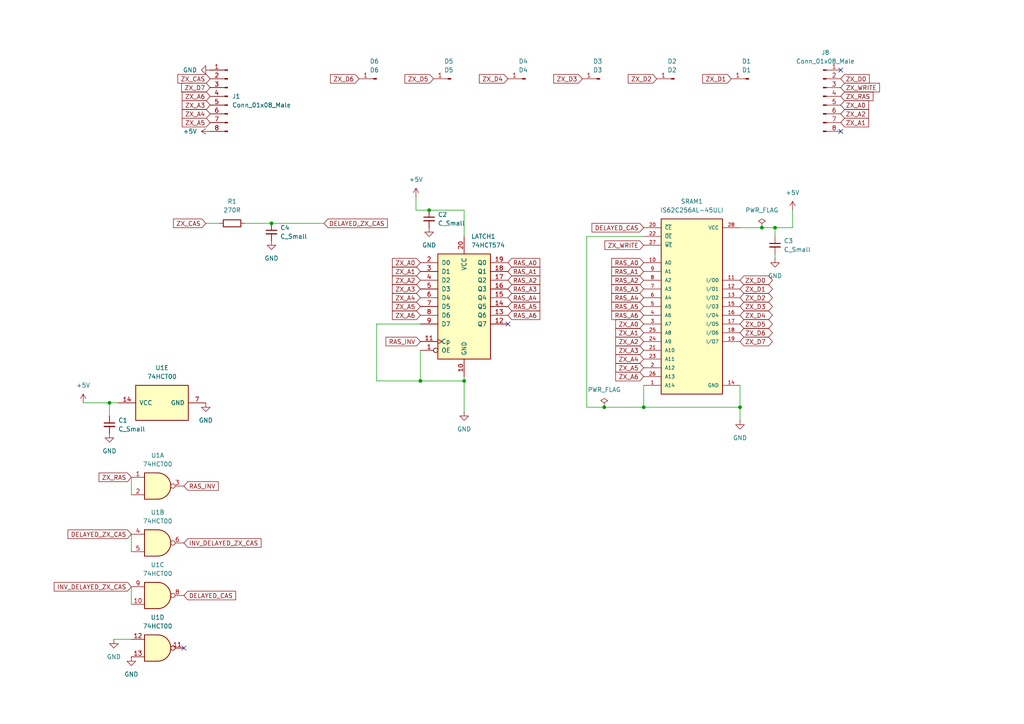
<source format=kicad_sch>
(kicad_sch (version 20211123) (generator eeschema)
  (paper "A4")
  (lib_symbols
    (symbol "74xx:74HCT00" (pin_names (offset 1.016))
      (property "Reference" "U" (at 0 1.27 0))
      (property "Value" "74HCT00" (at 0 -1.27 0))
      (symbol "74HCT00_1_1"
        (arc (start 0 -3.81) (mid 3.81 0) (end 0 3.81) (stroke (width 0.254)) (fill (type background)))
        (polyline (pts (xy 0 3.81) (xy -3.81 3.81) (xy -3.81 -3.81) (xy 0 -3.81)) (stroke (width 0.254)) (fill (type background)))
        (pin input line (at -7.62 2.54 0) (length 3.81) (name "~") (number "1"))
        (pin input line (at -7.62 -2.54 0) (length 3.81) (name "~") (number "2"))
        (pin output inverted (at 7.62 0 180) (length 3.81) (name "~") (number "3"))
      )
      (symbol "74HCT00_1_2"
        (arc (start -3.81 -3.81) (mid -2.589 0) (end -3.81 3.81) (stroke (width 0.254)))
        (arc (start -0.6096 -3.81) (mid 2.1842 -2.5851) (end 3.81 0) (stroke (width 0.254)) (fill (type background)))
        (polyline (pts (xy -3.81 -3.81) (xy -0.635 -3.81)) (stroke (width 0.254)) (fill (type background)))
        (polyline (pts (xy -3.81 3.81) (xy -0.635 3.81)) (stroke (width 0.254)) (fill (type background)))
        (polyline (pts (xy -0.635 3.81) (xy -3.81 3.81) (xy -3.81 3.81) (xy -3.556 3.4036) (xy -3.0226 2.2606) (xy -2.6924 1.0414) (xy -2.6162 -0.254) (xy -2.7686 -1.4986) (xy -3.175 -2.7178) (xy -3.81 -3.81) (xy -3.81 -3.81) (xy -0.635 -3.81)) (stroke (width -25.4)) (fill (type background)))
        (arc (start 3.81 0) (mid 2.1915 2.5936) (end -0.6096 3.81) (stroke (width 0.254)) (fill (type background)))
        (pin input inverted (at -7.62 2.54 0) (length 4.318) (name "~") (number "1"))
        (pin input inverted (at -7.62 -2.54 0) (length 4.318) (name "~") (number "2"))
        (pin output line (at 7.62 0 180) (length 3.81) (name "~") (number "3"))
      )
      (symbol "74HCT00_2_1"
        (arc (start 0 -3.81) (mid 3.81 0) (end 0 3.81) (stroke (width 0.254)) (fill (type background)))
        (polyline (pts (xy 0 3.81) (xy -3.81 3.81) (xy -3.81 -3.81) (xy 0 -3.81)) (stroke (width 0.254)) (fill (type background)))
        (pin input line (at -7.62 2.54 0) (length 3.81) (name "~") (number "4"))
        (pin input line (at -7.62 -2.54 0) (length 3.81) (name "~") (number "5"))
        (pin output inverted (at 7.62 0 180) (length 3.81) (name "~") (number "6"))
      )
      (symbol "74HCT00_2_2"
        (arc (start -3.81 -3.81) (mid -2.589 0) (end -3.81 3.81) (stroke (width 0.254)))
        (arc (start -0.6096 -3.81) (mid 2.1842 -2.5851) (end 3.81 0) (stroke (width 0.254)) (fill (type background)))
        (polyline (pts (xy -3.81 -3.81) (xy -0.635 -3.81)) (stroke (width 0.254)) (fill (type background)))
        (polyline (pts (xy -3.81 3.81) (xy -0.635 3.81)) (stroke (width 0.254)) (fill (type background)))
        (polyline (pts (xy -0.635 3.81) (xy -3.81 3.81) (xy -3.81 3.81) (xy -3.556 3.4036) (xy -3.0226 2.2606) (xy -2.6924 1.0414) (xy -2.6162 -0.254) (xy -2.7686 -1.4986) (xy -3.175 -2.7178) (xy -3.81 -3.81) (xy -3.81 -3.81) (xy -0.635 -3.81)) (stroke (width -25.4)) (fill (type background)))
        (arc (start 3.81 0) (mid 2.1915 2.5936) (end -0.6096 3.81) (stroke (width 0.254)) (fill (type background)))
        (pin input inverted (at -7.62 2.54 0) (length 4.318) (name "~") (number "4"))
        (pin input inverted (at -7.62 -2.54 0) (length 4.318) (name "~") (number "5"))
        (pin output line (at 7.62 0 180) (length 3.81) (name "~") (number "6"))
      )
      (symbol "74HCT00_3_1"
        (arc (start 0 -3.81) (mid 3.81 0) (end 0 3.81) (stroke (width 0.254)) (fill (type background)))
        (polyline (pts (xy 0 3.81) (xy -3.81 3.81) (xy -3.81 -3.81) (xy 0 -3.81)) (stroke (width 0.254)) (fill (type background)))
        (pin input line (at -7.62 -2.54 0) (length 3.81) (name "~") (number "10"))
        (pin output inverted (at 7.62 0 180) (length 3.81) (name "~") (number "8"))
        (pin input line (at -7.62 2.54 0) (length 3.81) (name "~") (number "9"))
      )
      (symbol "74HCT00_3_2"
        (arc (start -3.81 -3.81) (mid -2.589 0) (end -3.81 3.81) (stroke (width 0.254)))
        (arc (start -0.6096 -3.81) (mid 2.1842 -2.5851) (end 3.81 0) (stroke (width 0.254)) (fill (type background)))
        (polyline (pts (xy -3.81 -3.81) (xy -0.635 -3.81)) (stroke (width 0.254)) (fill (type background)))
        (polyline (pts (xy -3.81 3.81) (xy -0.635 3.81)) (stroke (width 0.254)) (fill (type background)))
        (polyline (pts (xy -0.635 3.81) (xy -3.81 3.81) (xy -3.81 3.81) (xy -3.556 3.4036) (xy -3.0226 2.2606) (xy -2.6924 1.0414) (xy -2.6162 -0.254) (xy -2.7686 -1.4986) (xy -3.175 -2.7178) (xy -3.81 -3.81) (xy -3.81 -3.81) (xy -0.635 -3.81)) (stroke (width -25.4)) (fill (type background)))
        (arc (start 3.81 0) (mid 2.1915 2.5936) (end -0.6096 3.81) (stroke (width 0.254)) (fill (type background)))
        (pin input inverted (at -7.62 -2.54 0) (length 4.318) (name "~") (number "10"))
        (pin output line (at 7.62 0 180) (length 3.81) (name "~") (number "8"))
        (pin input inverted (at -7.62 2.54 0) (length 4.318) (name "~") (number "9"))
      )
      (symbol "74HCT00_4_1"
        (arc (start 0 -3.81) (mid 3.81 0) (end 0 3.81) (stroke (width 0.254)) (fill (type background)))
        (polyline (pts (xy 0 3.81) (xy -3.81 3.81) (xy -3.81 -3.81) (xy 0 -3.81)) (stroke (width 0.254)) (fill (type background)))
        (pin output inverted (at 7.62 0 180) (length 3.81) (name "~") (number "11"))
        (pin input line (at -7.62 2.54 0) (length 3.81) (name "~") (number "12"))
        (pin input line (at -7.62 -2.54 0) (length 3.81) (name "~") (number "13"))
      )
      (symbol "74HCT00_4_2"
        (arc (start -3.81 -3.81) (mid -2.589 0) (end -3.81 3.81) (stroke (width 0.254)))
        (arc (start -0.6096 -3.81) (mid 2.1842 -2.5851) (end 3.81 0) (stroke (width 0.254)) (fill (type background)))
        (polyline (pts (xy -3.81 -3.81) (xy -0.635 -3.81)) (stroke (width 0.254)) (fill (type background)))
        (polyline (pts (xy -3.81 3.81) (xy -0.635 3.81)) (stroke (width 0.254)) (fill (type background)))
        (polyline (pts (xy -0.635 3.81) (xy -3.81 3.81) (xy -3.81 3.81) (xy -3.556 3.4036) (xy -3.0226 2.2606) (xy -2.6924 1.0414) (xy -2.6162 -0.254) (xy -2.7686 -1.4986) (xy -3.175 -2.7178) (xy -3.81 -3.81) (xy -3.81 -3.81) (xy -0.635 -3.81)) (stroke (width -25.4)) (fill (type background)))
        (arc (start 3.81 0) (mid 2.1915 2.5936) (end -0.6096 3.81) (stroke (width 0.254)) (fill (type background)))
        (pin output line (at 7.62 0 180) (length 3.81) (name "~") (number "11"))
        (pin input inverted (at -7.62 2.54 0) (length 4.318) (name "~") (number "12"))
        (pin input inverted (at -7.62 -2.54 0) (length 4.318) (name "~") (number "13"))
      )
      (symbol "74HCT00_5_0"
        (pin power_in line (at 0 12.7 270) (length 5.08) (name "VCC") (number "14"))
        (pin power_in line (at 0 -12.7 90) (length 5.08) (name "GND") (number "7"))
      )
      (symbol "74HCT00_5_1"
        (rectangle (start -5.08 7.62) (end 5.08 -7.62) (stroke (width 0.254)) (fill (type background)))
      )
    )
    (symbol "74xx:74HCT574" (pin_names (offset 1.016))
      (property "Reference" "U" (at -7.62 16.51 0))
      (property "Value" "74HCT574" (at -7.62 -16.51 0))
      (symbol "74HCT574_1_0"
        (pin input inverted (at -12.7 -12.7 0) (length 5.08) (name "OE") (number "1"))
        (pin power_in line (at 0 -20.32 90) (length 5.08) (name "GND") (number "10"))
        (pin input clock (at -12.7 -10.16 0) (length 5.08) (name "Cp") (number "11"))
        (pin tri_state line (at 12.7 -5.08 180) (length 5.08) (name "Q7") (number "12"))
        (pin tri_state line (at 12.7 -2.54 180) (length 5.08) (name "Q6") (number "13"))
        (pin tri_state line (at 12.7 0 180) (length 5.08) (name "Q5") (number "14"))
        (pin tri_state line (at 12.7 2.54 180) (length 5.08) (name "Q4") (number "15"))
        (pin tri_state line (at 12.7 5.08 180) (length 5.08) (name "Q3") (number "16"))
        (pin tri_state line (at 12.7 7.62 180) (length 5.08) (name "Q2") (number "17"))
        (pin tri_state line (at 12.7 10.16 180) (length 5.08) (name "Q1") (number "18"))
        (pin tri_state line (at 12.7 12.7 180) (length 5.08) (name "Q0") (number "19"))
        (pin input line (at -12.7 12.7 0) (length 5.08) (name "D0") (number "2"))
        (pin power_in line (at 0 20.32 270) (length 5.08) (name "VCC") (number "20"))
        (pin input line (at -12.7 10.16 0) (length 5.08) (name "D1") (number "3"))
        (pin input line (at -12.7 7.62 0) (length 5.08) (name "D2") (number "4"))
        (pin input line (at -12.7 5.08 0) (length 5.08) (name "D3") (number "5"))
        (pin input line (at -12.7 2.54 0) (length 5.08) (name "D4") (number "6"))
        (pin input line (at -12.7 0 0) (length 5.08) (name "D5") (number "7"))
        (pin input line (at -12.7 -2.54 0) (length 5.08) (name "D6") (number "8"))
        (pin input line (at -12.7 -5.08 0) (length 5.08) (name "D7") (number "9"))
      )
      (symbol "74HCT574_1_1"
        (rectangle (start -7.62 15.24) (end 7.62 -15.24) (stroke (width 0.254)) (fill (type background)))
      )
    )
    (symbol "Connector:Conn_01x01_Male" (pin_names (offset 1.016) hide)
      (property "Reference" "J" (at 0 2.54 0))
      (property "Value" "Conn_01x01_Male" (at 0 -2.54 0))
      (symbol "Conn_01x01_Male_1_1"
        (polyline (pts (xy 1.27 0) (xy 0.8636 0)) (stroke (width 0.1524)))
        (rectangle (start 0.8636 0.127) (end 0 -0.127) (stroke (width 0.1524)) (fill (type outline)))
        (pin passive line (at 5.08 0 180) (length 3.81) (name "Pin_1") (number "1"))
      )
    )
    (symbol "Connector:Conn_01x08_Male" (pin_names (offset 1.016) hide)
      (property "Reference" "J" (at 0 10.16 0))
      (property "Value" "Conn_01x08_Male" (at 0 -12.7 0))
      (symbol "Conn_01x08_Male_1_1"
        (polyline (pts (xy 1.27 -10.16) (xy 0.8636 -10.16)) (stroke (width 0.1524)))
        (polyline (pts (xy 1.27 -7.62) (xy 0.8636 -7.62)) (stroke (width 0.1524)))
        (polyline (pts (xy 1.27 -5.08) (xy 0.8636 -5.08)) (stroke (width 0.1524)))
        (polyline (pts (xy 1.27 -2.54) (xy 0.8636 -2.54)) (stroke (width 0.1524)))
        (polyline (pts (xy 1.27 0) (xy 0.8636 0)) (stroke (width 0.1524)))
        (polyline (pts (xy 1.27 2.54) (xy 0.8636 2.54)) (stroke (width 0.1524)))
        (polyline (pts (xy 1.27 5.08) (xy 0.8636 5.08)) (stroke (width 0.1524)))
        (polyline (pts (xy 1.27 7.62) (xy 0.8636 7.62)) (stroke (width 0.1524)))
        (rectangle (start 0.8636 -10.033) (end 0 -10.287) (stroke (width 0.1524)) (fill (type outline)))
        (rectangle (start 0.8636 -7.493) (end 0 -7.747) (stroke (width 0.1524)) (fill (type outline)))
        (rectangle (start 0.8636 -4.953) (end 0 -5.207) (stroke (width 0.1524)) (fill (type outline)))
        (rectangle (start 0.8636 -2.413) (end 0 -2.667) (stroke (width 0.1524)) (fill (type outline)))
        (rectangle (start 0.8636 0.127) (end 0 -0.127) (stroke (width 0.1524)) (fill (type outline)))
        (rectangle (start 0.8636 2.667) (end 0 2.413) (stroke (width 0.1524)) (fill (type outline)))
        (rectangle (start 0.8636 5.207) (end 0 4.953) (stroke (width 0.1524)) (fill (type outline)))
        (rectangle (start 0.8636 7.747) (end 0 7.493) (stroke (width 0.1524)) (fill (type outline)))
        (pin passive line (at 5.08 7.62 180) (length 3.81) (name "Pin_1") (number "1"))
        (pin passive line (at 5.08 5.08 180) (length 3.81) (name "Pin_2") (number "2"))
        (pin passive line (at 5.08 2.54 180) (length 3.81) (name "Pin_3") (number "3"))
        (pin passive line (at 5.08 0 180) (length 3.81) (name "Pin_4") (number "4"))
        (pin passive line (at 5.08 -2.54 180) (length 3.81) (name "Pin_5") (number "5"))
        (pin passive line (at 5.08 -5.08 180) (length 3.81) (name "Pin_6") (number "6"))
        (pin passive line (at 5.08 -7.62 180) (length 3.81) (name "Pin_7") (number "7"))
        (pin passive line (at 5.08 -10.16 180) (length 3.81) (name "Pin_8") (number "8"))
      )
    )
    (symbol "Device:C_Small" (pin_numbers hide) (pin_names (offset 0.254) hide)
      (property "Reference" "C" (at 0.254 1.778 0))
      (property "Value" "C_Small" (at 0.254 -2.032 0))
      (symbol "C_Small_0_1"
        (polyline (pts (xy -1.524 -0.508) (xy 1.524 -0.508)) (stroke (width 0.3302)))
        (polyline (pts (xy -1.524 0.508) (xy 1.524 0.508)) (stroke (width 0.3048)))
      )
      (symbol "C_Small_1_1"
        (pin passive line (at 0 2.54 270) (length 2.032) (name "~") (number "1"))
        (pin passive line (at 0 -2.54 90) (length 2.032) (name "~") (number "2"))
      )
    )
    (symbol "Device:R" (pin_numbers hide) (pin_names (offset 0))
      (property "Reference" "R" (at 2.032 0 90))
      (property "Value" "R" (at 0 0 90))
      (symbol "R_0_1"
        (rectangle (start -1.016 -2.54) (end 1.016 2.54) (stroke (width 0.254)))
      )
      (symbol "R_1_1"
        (pin passive line (at 0 3.81 270) (length 1.27) (name "~") (number "1"))
        (pin passive line (at 0 -3.81 90) (length 1.27) (name "~") (number "2"))
      )
    )
    (symbol "SRAM:IS62C256AL-45ULI" (pin_names (offset 1.016))
      (property "Reference" "U" (at -7.62 25.908 0))
      (property "Value" "IS62C256AL-45ULI" (at -7.62 -27.4574 0))
      (symbol "IS62C256AL-45ULI_0_0"
        (rectangle (start -7.62 -25.4) (end 10.16 25.4) (stroke (width 0.254)) (fill (type background)))
        (pin input line (at -12.7 -22.86 0) (length 5.08) (name "A14") (number "1"))
        (pin input line (at -12.7 12.7 0) (length 5.08) (name "A0") (number "10"))
        (pin bidirectional line (at 15.24 7.62 180) (length 5.08) (name "I/O0") (number "11"))
        (pin bidirectional line (at 15.24 5.08 180) (length 5.08) (name "I/O1") (number "12"))
        (pin bidirectional line (at 15.24 2.54 180) (length 5.08) (name "I/O2") (number "13"))
        (pin power_in line (at 15.24 -22.86 180) (length 5.08) (name "GND") (number "14"))
        (pin bidirectional line (at 15.24 0 180) (length 5.08) (name "I/O3") (number "15"))
        (pin bidirectional line (at 15.24 -2.54 180) (length 5.08) (name "I/O4") (number "16"))
        (pin bidirectional line (at 15.24 -5.08 180) (length 5.08) (name "I/O5") (number "17"))
        (pin bidirectional line (at 15.24 -7.62 180) (length 5.08) (name "I/O6") (number "18"))
        (pin bidirectional line (at 15.24 -10.16 180) (length 5.08) (name "I/O7") (number "19"))
        (pin input line (at -12.7 -17.78 0) (length 5.08) (name "A12") (number "2"))
        (pin input line (at -12.7 22.86 0) (length 5.08) (name "~{CE}") (number "20"))
        (pin input line (at -12.7 -12.7 0) (length 5.08) (name "A10") (number "21"))
        (pin input line (at -12.7 20.32 0) (length 5.08) (name "~{OE}") (number "22"))
        (pin input line (at -12.7 -15.24 0) (length 5.08) (name "A11") (number "23"))
        (pin input line (at -12.7 -10.16 0) (length 5.08) (name "A9") (number "24"))
        (pin input line (at -12.7 -7.62 0) (length 5.08) (name "A8") (number "25"))
        (pin input line (at -12.7 -20.32 0) (length 5.08) (name "A13") (number "26"))
        (pin input line (at -12.7 17.78 0) (length 5.08) (name "~{WE}") (number "27"))
        (pin power_in line (at 15.24 22.86 180) (length 5.08) (name "VCC") (number "28"))
        (pin input line (at -12.7 -5.08 0) (length 5.08) (name "A7") (number "3"))
        (pin input line (at -12.7 -2.54 0) (length 5.08) (name "A6") (number "4"))
        (pin input line (at -12.7 0 0) (length 5.08) (name "A5") (number "5"))
        (pin input line (at -12.7 2.54 0) (length 5.08) (name "A4") (number "6"))
        (pin input line (at -12.7 5.08 0) (length 5.08) (name "A3") (number "7"))
        (pin input line (at -12.7 7.62 0) (length 5.08) (name "A2") (number "8"))
        (pin input line (at -12.7 10.16 0) (length 5.08) (name "A1") (number "9"))
      )
    )
    (symbol "power:+5V" (power) (pin_names (offset 0))
      (property "Value" "+5V" (at 0 3.556 0))
      (symbol "+5V_0_1"
        (polyline (pts (xy -0.762 1.27) (xy 0 2.54)))
        (polyline (pts (xy 0 0) (xy 0 2.54)))
        (polyline (pts (xy 0 2.54) (xy 0.762 1.27)))
      )
      (symbol "+5V_1_1"
        (pin power_in line (at 0 0 90) (length 0) hide (name "+5V") (number "1"))
      )
    )
    (symbol "power:GND" (power) (pin_names (offset 0))
      (property "Value" "GND" (at 0 -3.81 0))
      (symbol "GND_0_1"
        (polyline (pts (xy 0 0) (xy 0 -1.27) (xy 1.27 -1.27) (xy 0 -2.54) (xy -1.27 -1.27) (xy 0 -1.27)))
      )
      (symbol "GND_1_1"
        (pin power_in line (at 0 0 270) (length 0) hide (name "GND") (number "1"))
      )
    )
    (symbol "power:PWR_FLAG" (power) (pin_numbers hide) (pin_names (offset 0) hide)
      (property "Value" "PWR_FLAG" (at 0 3.81 0))
      (symbol "PWR_FLAG_0_0"
        (pin power_out line (at 0 0 90) (length 0) (name "pwr") (number "1"))
      )
      (symbol "PWR_FLAG_0_1"
        (polyline (pts (xy 0 0) (xy 0 1.27) (xy -1.016 1.905) (xy 0 2.54) (xy 1.016 1.905) (xy 0 1.27)))
      )
    )
  )
  (junction (at 175.26 118.11))
  (junction (at 186.69 118.11))
  (junction (at 78.74 64.77))
  (junction (at 214.63 118.11))
  (junction (at 220.98 66.04))
  (junction (at 121.92 110.49))
  (junction (at 224.79 66.04))
  (junction (at 124.46 60.96))
  (junction (at 134.62 110.49))
  (junction (at 31.75 116.84))
  (no_connect (at 147.32 93.98))
  (no_connect (at 53.34 187.96))
  (no_connect (at 243.84 38.1))
  (no_connect (at 243.84 20.32))
  (wire (pts (xy 124.46 60.96) (xy 134.62 60.96)))
  (wire (pts (xy 134.62 60.96) (xy 134.62 68.58)))
  (wire (pts (xy 186.69 68.58) (xy 170.18 68.58)))
  (wire (pts (xy 214.63 118.11) (xy 214.63 121.92)))
  (wire (pts (xy 78.74 64.77) (xy 93.98 64.77)))
  (wire (pts (xy 121.92 93.98) (xy 109.22 93.98)))
  (wire (pts (xy 121.92 110.49) (xy 134.62 110.49)))
  (wire (pts (xy 121.92 101.6) (xy 121.92 110.49)))
  (wire (pts (xy 38.1 154.94) (xy 38.1 160.02)))
  (wire (pts (xy 134.62 110.49) (xy 134.62 119.38)))
  (wire (pts (xy 120.65 60.96) (xy 124.46 60.96)))
  (wire (pts (xy 31.75 116.84) (xy 34.29 116.84)))
  (wire (pts (xy 109.22 93.98) (xy 109.22 110.49)))
  (wire (pts (xy 175.26 118.11) (xy 186.69 118.11)))
  (wire (pts (xy 134.62 109.22) (xy 134.62 110.49)))
  (wire (pts (xy 186.69 118.11) (xy 214.63 118.11)))
  (wire (pts (xy 71.12 64.77) (xy 78.74 64.77)))
  (wire (pts (xy 224.79 66.04) (xy 224.79 68.58)))
  (wire (pts (xy 33.02 185.42) (xy 38.1 185.42)))
  (wire (pts (xy 224.79 66.04) (xy 229.87 66.04)))
  (wire (pts (xy 31.75 116.84) (xy 31.75 120.65)))
  (wire (pts (xy 170.18 118.11) (xy 175.26 118.11)))
  (wire (pts (xy 24.13 116.84) (xy 31.75 116.84)))
  (wire (pts (xy 186.69 111.76) (xy 186.69 118.11)))
  (wire (pts (xy 38.1 138.43) (xy 38.1 143.51)))
  (wire (pts (xy 229.87 60.96) (xy 229.87 66.04)))
  (wire (pts (xy 59.69 64.77) (xy 63.5 64.77)))
  (wire (pts (xy 214.63 111.76) (xy 214.63 118.11)))
  (wire (pts (xy 220.98 66.04) (xy 224.79 66.04)))
  (wire (pts (xy 120.65 57.15) (xy 120.65 60.96)))
  (wire (pts (xy 109.22 110.49) (xy 121.92 110.49)))
  (wire (pts (xy 38.1 170.18) (xy 38.1 175.26)))
  (wire (pts (xy 224.79 73.66) (xy 224.79 74.93)))
  (wire (pts (xy 214.63 66.04) (xy 220.98 66.04)))
  (wire (pts (xy 170.18 68.58) (xy 170.18 118.11)))
  (global_label "DELAYED_CAS" (shape input) (at 53.34 172.72 0) (property "Intersheet References" "${INTERSHEET_REFS}" (effects hide)))
  (global_label "ZX_CAS" (shape input) (at 59.69 64.77 180) (property "Intersheet References" "${INTERSHEET_REFS}" (effects hide)))
  (global_label "RAS_A4" (shape input) (at 147.32 86.36 0) (property "Intersheet References" "${INTERSHEET_REFS}" (effects hide)))
  (global_label "ZX_A3" (shape input) (at 121.92 83.82 180) (property "Intersheet References" "${INTERSHEET_REFS}" (effects hide)))
  (global_label "RAS_A2" (shape input) (at 147.32 81.28 0) (property "Intersheet References" "${INTERSHEET_REFS}" (effects hide)))
  (global_label "RAS_A6" (shape input) (at 147.32 91.44 0) (property "Intersheet References" "${INTERSHEET_REFS}" (effects hide)))
  (global_label "ZX_D5" (shape input) (at 125.73 22.86 180) (property "Intersheet References" "${INTERSHEET_REFS}" (effects hide)))
  (global_label "ZX_A4" (shape input) (at 60.96 33.02 180) (property "Intersheet References" "${INTERSHEET_REFS}" (effects hide)))
  (global_label "RAS_A3" (shape input) (at 186.69 83.82 180) (property "Intersheet References" "${INTERSHEET_REFS}" (effects hide)))
  (global_label "ZX_D5" (shape bidirectional) (at 214.63 93.98 0) (property "Intersheet References" "${INTERSHEET_REFS}" (effects hide)))
  (global_label "ZX_A5" (shape input) (at 60.96 35.56 180) (property "Intersheet References" "${INTERSHEET_REFS}" (effects hide)))
  (global_label "RAS_A5" (shape input) (at 186.69 88.9 180) (property "Intersheet References" "${INTERSHEET_REFS}" (effects hide)))
  (global_label "RAS_A6" (shape input) (at 186.69 91.44 180) (property "Intersheet References" "${INTERSHEET_REFS}" (effects hide)))
  (global_label "ZX_A6" (shape input) (at 186.69 109.22 180) (property "Intersheet References" "${INTERSHEET_REFS}" (effects hide)))
  (global_label "ZX_A1" (shape input) (at 243.84 35.56 0) (property "Intersheet References" "${INTERSHEET_REFS}" (effects hide)))
  (global_label "ZX_A0" (shape input) (at 121.92 76.2 180) (property "Intersheet References" "${INTERSHEET_REFS}" (effects hide)))
  (global_label "ZX_D4" (shape input) (at 147.32 22.86 180) (property "Intersheet References" "${INTERSHEET_REFS}" (effects hide)))
  (global_label "ZX_A3" (shape input) (at 60.96 30.48 180) (property "Intersheet References" "${INTERSHEET_REFS}" (effects hide)))
  (global_label "ZX_A4" (shape input) (at 121.92 86.36 180) (property "Intersheet References" "${INTERSHEET_REFS}" (effects hide)))
  (global_label "ZX_RAS" (shape input) (at 38.1 138.43 180) (property "Intersheet References" "${INTERSHEET_REFS}" (effects hide)))
  (global_label "ZX_A0" (shape input) (at 186.69 93.98 180) (property "Intersheet References" "${INTERSHEET_REFS}" (effects hide)))
  (global_label "ZX_A5" (shape input) (at 121.92 88.9 180) (property "Intersheet References" "${INTERSHEET_REFS}" (effects hide)))
  (global_label "ZX_WRITE" (shape input) (at 186.69 71.12 180) (property "Intersheet References" "${INTERSHEET_REFS}" (effects hide)))
  (global_label "ZX_D1" (shape bidirectional) (at 214.63 83.82 0) (property "Intersheet References" "${INTERSHEET_REFS}" (effects hide)))
  (global_label "ZX_A0" (shape input) (at 243.84 30.48 0) (property "Intersheet References" "${INTERSHEET_REFS}" (effects hide)))
  (global_label "RAS_A0" (shape input) (at 147.32 76.2 0) (property "Intersheet References" "${INTERSHEET_REFS}" (effects hide)))
  (global_label "ZX_RAS" (shape input) (at 243.84 27.94 0) (property "Intersheet References" "${INTERSHEET_REFS}" (effects hide)))
  (global_label "ZX_D0" (shape bidirectional) (at 214.63 81.28 0) (property "Intersheet References" "${INTERSHEET_REFS}" (effects hide)))
  (global_label "ZX_D2" (shape input) (at 190.5 22.86 180) (property "Intersheet References" "${INTERSHEET_REFS}" (effects hide)))
  (global_label "RAS_INV" (shape input) (at 53.34 140.97 0) (property "Intersheet References" "${INTERSHEET_REFS}" (effects hide)))
  (global_label "ZX_A6" (shape input) (at 60.96 27.94 180) (property "Intersheet References" "${INTERSHEET_REFS}" (effects hide)))
  (global_label "ZX_D2" (shape bidirectional) (at 214.63 86.36 0) (property "Intersheet References" "${INTERSHEET_REFS}" (effects hide)))
  (global_label "DELAYED_ZX_CAS" (shape input) (at 93.98 64.77 0) (property "Intersheet References" "${INTERSHEET_REFS}" (effects hide)))
  (global_label "RAS_INV" (shape input) (at 121.92 99.06 180) (property "Intersheet References" "${INTERSHEET_REFS}" (effects hide)))
  (global_label "ZX_A3" (shape input) (at 186.69 101.6 180) (property "Intersheet References" "${INTERSHEET_REFS}" (effects hide)))
  (global_label "DELAYED_CAS" (shape input) (at 186.69 66.04 180) (property "Intersheet References" "${INTERSHEET_REFS}" (effects hide)))
  (global_label "ZX_D1" (shape input) (at 212.09 22.86 180) (property "Intersheet References" "${INTERSHEET_REFS}" (effects hide)))
  (global_label "DELAYED_ZX_CAS" (shape input) (at 38.1 154.94 180) (property "Intersheet References" "${INTERSHEET_REFS}" (effects hide)))
  (global_label "ZX_CAS" (shape input) (at 60.96 22.86 180) (property "Intersheet References" "${INTERSHEET_REFS}" (effects hide)))
  (global_label "RAS_A3" (shape input) (at 147.32 83.82 0) (property "Intersheet References" "${INTERSHEET_REFS}" (effects hide)))
  (global_label "ZX_D4" (shape bidirectional) (at 214.63 91.44 0) (property "Intersheet References" "${INTERSHEET_REFS}" (effects hide)))
  (global_label "ZX_D0" (shape input) (at 243.84 22.86 0) (property "Intersheet References" "${INTERSHEET_REFS}" (effects hide)))
  (global_label "INV_DELAYED_ZX_CAS" (shape input) (at 38.1 170.18 180) (property "Intersheet References" "${INTERSHEET_REFS}" (effects hide)))
  (global_label "ZX_A2" (shape input) (at 121.92 81.28 180) (property "Intersheet References" "${INTERSHEET_REFS}" (effects hide)))
  (global_label "RAS_A1" (shape input) (at 186.69 78.74 180) (property "Intersheet References" "${INTERSHEET_REFS}" (effects hide)))
  (global_label "ZX_A2" (shape input) (at 243.84 33.02 0) (property "Intersheet References" "${INTERSHEET_REFS}" (effects hide)))
  (global_label "ZX_D3" (shape bidirectional) (at 214.63 88.9 0) (property "Intersheet References" "${INTERSHEET_REFS}" (effects hide)))
  (global_label "ZX_A5" (shape input) (at 186.69 106.68 180) (property "Intersheet References" "${INTERSHEET_REFS}" (effects hide)))
  (global_label "ZX_D7" (shape input) (at 60.96 25.4 180) (property "Intersheet References" "${INTERSHEET_REFS}" (effects hide)))
  (global_label "RAS_A5" (shape input) (at 147.32 88.9 0) (property "Intersheet References" "${INTERSHEET_REFS}" (effects hide)))
  (global_label "ZX_D7" (shape bidirectional) (at 214.63 99.06 0) (property "Intersheet References" "${INTERSHEET_REFS}" (effects hide)))
  (global_label "RAS_A4" (shape input) (at 186.69 86.36 180) (property "Intersheet References" "${INTERSHEET_REFS}" (effects hide)))
  (global_label "ZX_D6" (shape input) (at 104.14 22.86 180) (property "Intersheet References" "${INTERSHEET_REFS}" (effects hide)))
  (global_label "ZX_A6" (shape input) (at 121.92 91.44 180) (property "Intersheet References" "${INTERSHEET_REFS}" (effects hide)))
  (global_label "ZX_WRITE" (shape input) (at 243.84 25.4 0) (property "Intersheet References" "${INTERSHEET_REFS}" (effects hide)))
  (global_label "ZX_D6" (shape bidirectional) (at 214.63 96.52 0) (property "Intersheet References" "${INTERSHEET_REFS}" (effects hide)))
  (global_label "ZX_A2" (shape input) (at 186.69 99.06 180) (property "Intersheet References" "${INTERSHEET_REFS}" (effects hide)))
  (global_label "RAS_A1" (shape input) (at 147.32 78.74 0) (property "Intersheet References" "${INTERSHEET_REFS}" (effects hide)))
  (global_label "ZX_A1" (shape input) (at 121.92 78.74 180) (property "Intersheet References" "${INTERSHEET_REFS}" (effects hide)))
  (global_label "INV_DELAYED_ZX_CAS" (shape input) (at 53.34 157.48 0) (property "Intersheet References" "${INTERSHEET_REFS}" (effects hide)))
  (global_label "ZX_A1" (shape input) (at 186.69 96.52 180) (property "Intersheet References" "${INTERSHEET_REFS}" (effects hide)))
  (global_label "RAS_A2" (shape input) (at 186.69 81.28 180) (property "Intersheet References" "${INTERSHEET_REFS}" (effects hide)))
  (global_label "ZX_D3" (shape input) (at 168.91 22.86 180) (property "Intersheet References" "${INTERSHEET_REFS}" (effects hide)))
  (global_label "RAS_A0" (shape input) (at 186.69 76.2 180) (property "Intersheet References" "${INTERSHEET_REFS}" (effects hide)))
  (global_label "ZX_A4" (shape input) (at 186.69 104.14 180) (property "Intersheet References" "${INTERSHEET_REFS}" (effects hide)))
  (symbol (lib_id "power:+5V") (at 60.96 38.1 90) (unit 1)
    (property "Reference" "#PWR02" (effects hide))
    (property "Value" "+5V" (at 57.15 38.0999 90) (effects (justify left)))
  )
  (symbol (lib_id "power:GND") (at 214.63 121.92 0) (unit 1)
    (property "Reference" "#PWR014" (effects hide))
    (property "Value" "GND" (at 214.63 127 0))
  )
  (symbol (lib_id "74xx:74HCT00") (at 45.72 157.48 0) (unit 2)
    (property "Reference" "U1" (at 45.72 148.59 0))
    (property "Value" "74HCT00" (at 45.72 151.13 0))
    (property "Footprint" "Package_SO:SOIC-14_3.9x8.7mm_P1.27mm" (effects hide))
    (property "Datasheet" "http://www.ti.com/lit/gpn/sn74hct00" (effects hide))
  )
  (symbol (lib_id "power:GND") (at 38.1 190.5 0) (unit 1)
    (property "Reference" "#PWR0105" (effects hide))
    (property "Value" "GND" (at 38.1 195.58 0))
  )
  (symbol (lib_id "power:+5V") (at 24.13 116.84 0) (unit 1)
    (property "Reference" "#PWR0101" (effects hide))
    (property "Value" "+5V" (at 24.13 111.76 0))
  )
  (symbol (lib_id "power:PWR_FLAG") (at 220.98 66.04 0) (unit 1)
    (property "Reference" "#FLG02" (effects hide))
    (property "Value" "PWR_FLAG" (at 220.98 60.96 0))
  )
  (symbol (lib_id "power:GND") (at 59.69 116.84 0) (unit 1)
    (property "Reference" "#PWR0103" (effects hide))
    (property "Value" "GND" (at 59.69 121.92 0))
  )
  (symbol (lib_id "74xx:74HCT00") (at 45.72 140.97 0) (unit 1)
    (property "Reference" "U1" (at 45.72 132.08 0))
    (property "Value" "74HCT00" (at 45.72 134.62 0))
    (property "Footprint" "Package_SO:SOIC-14_3.9x8.7mm_P1.27mm" (effects hide))
    (property "Datasheet" "http://www.ti.com/lit/gpn/sn74hct00" (effects hide))
  )
  (symbol (lib_id "power:GND") (at 224.79 74.93 0) (unit 1)
    (property "Reference" "#PWR015" (effects hide))
    (property "Value" "GND" (at 224.79 80.01 0))
  )
  (symbol (lib_id "power:GND") (at 31.75 125.73 0) (unit 1)
    (property "Reference" "#PWR0102" (effects hide))
    (property "Value" "GND" (at 31.75 130.81 0))
  )
  (symbol (lib_id "Device:R") (at 67.31 64.77 90) (mirror x) (unit 1)
    (property "Reference" "R1" (at 67.31 58.42 90))
    (property "Value" "270R" (at 67.31 60.96 90))
    (property "Footprint" "Resistor_THT:R_Axial_DIN0207_L6.3mm_D2.5mm_P10.16mm_Horizontal" (effects hide))
  )
  (symbol (lib_id "Device:C_Small") (at 124.46 63.5 0) (unit 1)
    (property "Reference" "C2" (at 127 62.2362 0) (effects (justify left)))
    (property "Value" "C_Small" (at 127 64.7762 0) (effects (justify left)))
    (property "Footprint" "Capacitor_SMD:C_1206_3216Metric" (effects hide))
  )
  (symbol (lib_id "Connector:Conn_01x01_Male") (at 217.17 22.86 0) (mirror y) (unit 1)
    (property "Reference" "D1" (at 216.535 17.78 0))
    (property "Value" "D1" (at 216.535 20.32 0))
    (property "Footprint" "Connector_PinHeader_2.00mm:PinHeader_1x01_P2.00mm_Vertical" (effects hide))
  )
  (symbol (lib_id "Device:C_Small") (at 78.74 67.31 0) (unit 1)
    (property "Reference" "C4" (at 81.28 66.0462 0) (effects (justify left)))
    (property "Value" "C_Small" (at 81.28 68.5862 0) (effects (justify left)))
    (property "Footprint" "Capacitor_THT:C_Disc_D4.3mm_W1.9mm_P5.00mm" (effects hide))
  )
  (symbol (lib_id "74xx:74HCT00") (at 45.72 187.96 0) (unit 4)
    (property "Reference" "U1" (at 45.72 179.07 0))
    (property "Value" "74HCT00" (at 45.72 181.61 0))
    (property "Footprint" "Package_SO:SOIC-14_3.9x8.7mm_P1.27mm" (effects hide))
    (property "Datasheet" "http://www.ti.com/lit/gpn/sn74hct00" (effects hide))
  )
  (symbol (lib_id "Connector:Conn_01x01_Male") (at 109.22 22.86 0) (mirror y) (unit 1)
    (property "Reference" "D6" (at 108.585 17.78 0))
    (property "Value" "D6" (at 108.585 20.32 0))
    (property "Footprint" "Connector_PinHeader_2.00mm:PinHeader_1x01_P2.00mm_Vertical" (effects hide))
  )
  (symbol (lib_id "Connector:Conn_01x01_Male") (at 152.4 22.86 0) (mirror y) (unit 1)
    (property "Reference" "D4" (at 151.765 17.78 0))
    (property "Value" "D4" (at 151.765 20.32 0))
    (property "Footprint" "Connector_PinHeader_2.00mm:PinHeader_1x01_P2.00mm_Vertical" (effects hide))
  )
  (symbol (lib_id "Connector:Conn_01x01_Male") (at 130.81 22.86 0) (mirror y) (unit 1)
    (property "Reference" "D5" (at 130.175 17.78 0))
    (property "Value" "D5" (at 130.175 20.32 0))
    (property "Footprint" "Connector_PinHeader_2.00mm:PinHeader_1x01_P2.00mm_Vertical" (effects hide))
  )
  (symbol (lib_id "power:PWR_FLAG") (at 175.26 118.11 0) (unit 1)
    (property "Reference" "#FLG01" (effects hide))
    (property "Value" "PWR_FLAG" (at 175.26 113.03 0))
  )
  (symbol (lib_id "Connector:Conn_01x01_Male") (at 173.99 22.86 0) (mirror y) (unit 1)
    (property "Reference" "D3" (at 173.355 17.78 0))
    (property "Value" "D3" (at 173.355 20.32 0))
    (property "Footprint" "Connector_PinHeader_2.00mm:PinHeader_1x01_P2.00mm_Vertical" (effects hide))
  )
  (symbol (lib_id "power:GND") (at 33.02 185.42 0) (unit 1)
    (property "Reference" "#PWR0104" (effects hide))
    (property "Value" "GND" (at 33.02 190.5 0))
  )
  (symbol (lib_id "power:GND") (at 60.96 20.32 270) (unit 1)
    (property "Reference" "#PWR01" (effects hide))
    (property "Value" "GND" (at 57.15 20.3199 90) (effects (justify right)))
  )
  (symbol (lib_id "power:GND") (at 134.62 119.38 0) (unit 1)
    (property "Reference" "#PWR011" (effects hide))
    (property "Value" "GND" (at 134.62 124.46 0))
  )
  (symbol (lib_id "Connector:Conn_01x01_Male") (at 195.58 22.86 0) (mirror y) (unit 1)
    (property "Reference" "D2" (at 194.945 17.78 0))
    (property "Value" "D2" (at 194.945 20.32 0))
    (property "Footprint" "Connector_PinHeader_2.00mm:PinHeader_1x01_P2.00mm_Vertical" (effects hide))
  )
  (symbol (lib_id "Device:C_Small") (at 31.75 123.19 0) (unit 1)
    (property "Reference" "C1" (at 34.29 121.9262 0) (effects (justify left)))
    (property "Value" "C_Small" (at 34.29 124.4662 0) (effects (justify left)))
    (property "Footprint" "Capacitor_SMD:C_1206_3216Metric" (effects hide))
  )
  (symbol (lib_id "Device:C_Small") (at 224.79 71.12 0) (unit 1)
    (property "Reference" "C3" (at 227.33 69.8562 0) (effects (justify left)))
    (property "Value" "C_Small" (at 227.33 72.3962 0) (effects (justify left)))
    (property "Footprint" "Capacitor_SMD:C_1206_3216Metric" (effects hide))
  )
  (symbol (lib_id "power:+5V") (at 120.65 57.15 0) (unit 1)
    (property "Reference" "#PWR06" (effects hide))
    (property "Value" "+5V" (at 120.65 52.07 0))
  )
  (symbol (lib_id "power:GND") (at 124.46 66.04 0) (unit 1)
    (property "Reference" "#PWR07" (effects hide))
    (property "Value" "GND" (at 124.46 71.12 0))
  )
  (symbol (lib_id "power:GND") (at 78.74 69.85 0) (unit 1)
    (property "Reference" "#PWR017" (effects hide))
    (property "Value" "GND" (at 78.74 74.93 0))
  )
  (symbol (lib_id "74xx:74HCT00") (at 46.99 116.84 90) (unit 5)
    (property "Reference" "U1" (at 46.99 106.68 90))
    (property "Value" "74HCT00" (at 46.99 109.22 90))
    (property "Footprint" "Package_SO:SOIC-14_3.9x8.7mm_P1.27mm" (effects hide))
    (property "Datasheet" "http://www.ti.com/lit/gpn/sn74hct00" (effects hide))
  )
  (symbol (lib_id "SRAM:IS62C256AL-45ULI") (at 199.39 88.9 0) (unit 1)
    (property "Reference" "SRAM1" (at 200.66 58.42 0))
    (property "Value" "IS62C256AL-45ULI" (at 200.66 60.96 0))
    (property "Footprint" "Library:SOIC127P1210X305-28N" (effects hide))
    (property "MANUFACTURER" "ISSI" (effects hide))
  )
  (symbol (lib_id "74xx:74HCT00") (at 45.72 172.72 0) (unit 3)
    (property "Reference" "U1" (at 45.72 163.83 0))
    (property "Value" "74HCT00" (at 45.72 166.37 0))
    (property "Footprint" "Package_SO:SOIC-14_3.9x8.7mm_P1.27mm" (effects hide))
    (property "Datasheet" "http://www.ti.com/lit/gpn/sn74hct00" (effects hide))
  )
  (symbol (lib_id "power:+5V") (at 229.87 60.96 0) (unit 1)
    (property "Reference" "#PWR016" (effects hide))
    (property "Value" "+5V" (at 229.87 55.88 0))
  )
  (symbol (lib_id "Connector:Conn_01x08_Male") (at 66.04 27.94 0) (mirror y) (unit 1)
    (property "Reference" "J1" (at 67.31 27.9399 0) (effects (justify right)))
    (property "Value" "Conn_01x08_Male" (at 67.31 30.4799 0) (effects (justify right)))
    (property "Footprint" "Connector_PinHeader_2.54mm:PinHeader_1x08_P2.54mm_Vertical" (effects hide))
  )
  (symbol (lib_id "Connector:Conn_01x08_Male") (at 238.76 27.94 0) (unit 1)
    (property "Reference" "J8" (at 239.395 15.24 0))
    (property "Value" "Conn_01x08_Male" (at 239.395 17.78 0))
    (property "Footprint" "Connector_PinHeader_2.54mm:PinHeader_1x08_P2.54mm_Vertical" (effects hide))
  )
  (symbol (lib_id "74xx:74HCT574") (at 134.62 88.9 0) (unit 1)
    (property "Reference" "LATCH1" (at 136.6394 68.58 0) (effects (justify left)))
    (property "Value" "74HCT574" (at 136.6394 71.12 0) (effects (justify left)))
    (property "Footprint" "Package_SO:SO-20_5.3x12.6mm_P1.27mm" (effects hide))
    (property "Datasheet" "http://www.ti.com/lit/gpn/sn74HCT574" (effects hide))
  )
)
</source>
